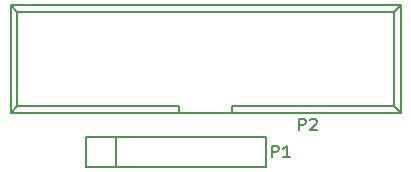
<source format=gbr>
G04 #@! TF.FileFunction,Legend,Top*
%FSLAX46Y46*%
G04 Gerber Fmt 4.6, Leading zero omitted, Abs format (unit mm)*
G04 Created by KiCad (PCBNEW 4.0.1-stable) date 6/16/2016 1:06:08 PM*
%MOMM*%
G01*
G04 APERTURE LIST*
%ADD10C,0.100000*%
%ADD11C,0.150000*%
G04 APERTURE END LIST*
D10*
D11*
X9906000Y3302000D02*
X9906000Y762000D01*
X7366000Y3302000D02*
X22606000Y3302000D01*
X22606000Y3302000D02*
X22606000Y762000D01*
X22606000Y762000D02*
X7366000Y762000D01*
X7366000Y762000D02*
X7366000Y3302000D01*
X1016000Y14456000D02*
X34036000Y14456000D01*
X1556000Y13906000D02*
X33476000Y13906000D01*
X1016000Y5356000D02*
X34036000Y5356000D01*
X1556000Y5906000D02*
X15276000Y5906000D01*
X19776000Y5906000D02*
X33476000Y5906000D01*
X15276000Y5906000D02*
X15276000Y5356000D01*
X19776000Y5906000D02*
X19776000Y5356000D01*
X1016000Y14456000D02*
X1016000Y5356000D01*
X1556000Y13906000D02*
X1556000Y5906000D01*
X34036000Y14456000D02*
X34036000Y5356000D01*
X33476000Y13906000D02*
X33476000Y5906000D01*
X1016000Y14456000D02*
X1556000Y13906000D01*
X34036000Y14456000D02*
X33476000Y13906000D01*
X1016000Y5356000D02*
X1556000Y5906000D01*
X34036000Y5356000D02*
X33476000Y5906000D01*
X23137905Y1579619D02*
X23137905Y2579619D01*
X23518858Y2579619D01*
X23614096Y2532000D01*
X23661715Y2484381D01*
X23709334Y2389143D01*
X23709334Y2246286D01*
X23661715Y2151048D01*
X23614096Y2103429D01*
X23518858Y2055810D01*
X23137905Y2055810D01*
X24661715Y1579619D02*
X24090286Y1579619D01*
X24376000Y1579619D02*
X24376000Y2579619D01*
X24280762Y2436762D01*
X24185524Y2341524D01*
X24090286Y2293905D01*
X25423905Y3865619D02*
X25423905Y4865619D01*
X25804858Y4865619D01*
X25900096Y4818000D01*
X25947715Y4770381D01*
X25995334Y4675143D01*
X25995334Y4532286D01*
X25947715Y4437048D01*
X25900096Y4389429D01*
X25804858Y4341810D01*
X25423905Y4341810D01*
X26376286Y4770381D02*
X26423905Y4818000D01*
X26519143Y4865619D01*
X26757239Y4865619D01*
X26852477Y4818000D01*
X26900096Y4770381D01*
X26947715Y4675143D01*
X26947715Y4579905D01*
X26900096Y4437048D01*
X26328667Y3865619D01*
X26947715Y3865619D01*
M02*

</source>
